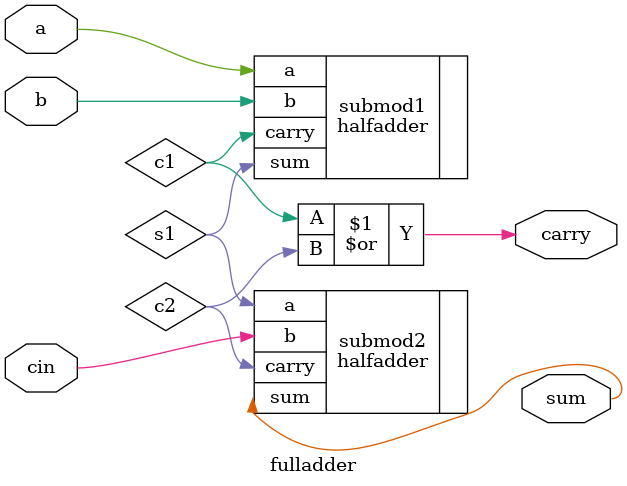
<source format=v>
module fulladder(input a,b,cin,output sum,carry);

wire s1,c1,c2;

halfadder submod1(.a(a),
		  .b(b),
		  .sum(s1),
		  .carry(c1));

halfadder submod2(.a(s1),
		  .b(cin),
		  .sum(sum),
		  .carry(c2));
		  
assign carry = c1 | c2 ;

endmodule

</source>
